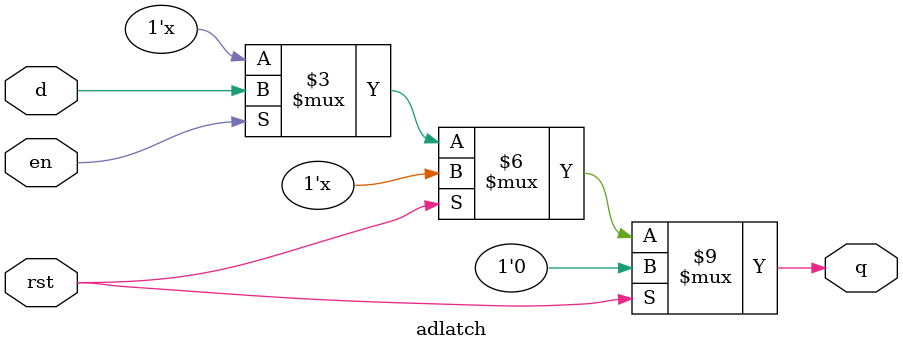
<source format=v>
module adlatch( input d, rst, en, output reg q );
	always @* begin
		if (rst)
			q = 0;
		else if (en)
			q = d;
	end
endmodule

</source>
